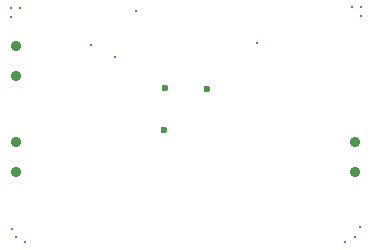
<source format=gbr>
%TF.GenerationSoftware,Novarm,DipTrace,3.2.0.1*%
%TF.CreationDate,2019-10-13T00:02:08+02:00*%
%FSLAX35Y35*%
%MOMM*%
%TF.FileFunction,Plated,1,2,PTH,Drill*%
%TF.Part,Single*%
%TA.AperFunction,ViaDrill*%
%ADD16C,0.3*%
%TA.AperFunction,ComponentDrill*%
%ADD27C,0.6*%
%ADD29C,0.9*%
G75*
G01*
D29*
X-1431000Y285000D3*
X-1435000Y539000D3*
X-1431000Y-533000D3*
X-1435000Y-279000D3*
X1439000Y-533000D3*
X1435000Y-279000D3*
D16*
X-414820Y830897D3*
X609240Y565793D3*
X-802737Y547193D3*
X-596003Y446760D3*
D27*
X182367Y176800D3*
X-182367Y-176800D3*
X-176800Y182367D3*
D16*
X-1478970Y858003D3*
X-1400993Y858200D3*
X-1479970Y778630D3*
X1485580Y864790D3*
X1489597Y791373D3*
X1406580Y864227D3*
X1437130Y-1081940D3*
X1479890Y-997570D3*
X1352763Y-1120077D3*
X-1431407Y-1084030D3*
X-1469543Y-1008657D3*
X-1356717Y-1124710D3*
M02*

</source>
